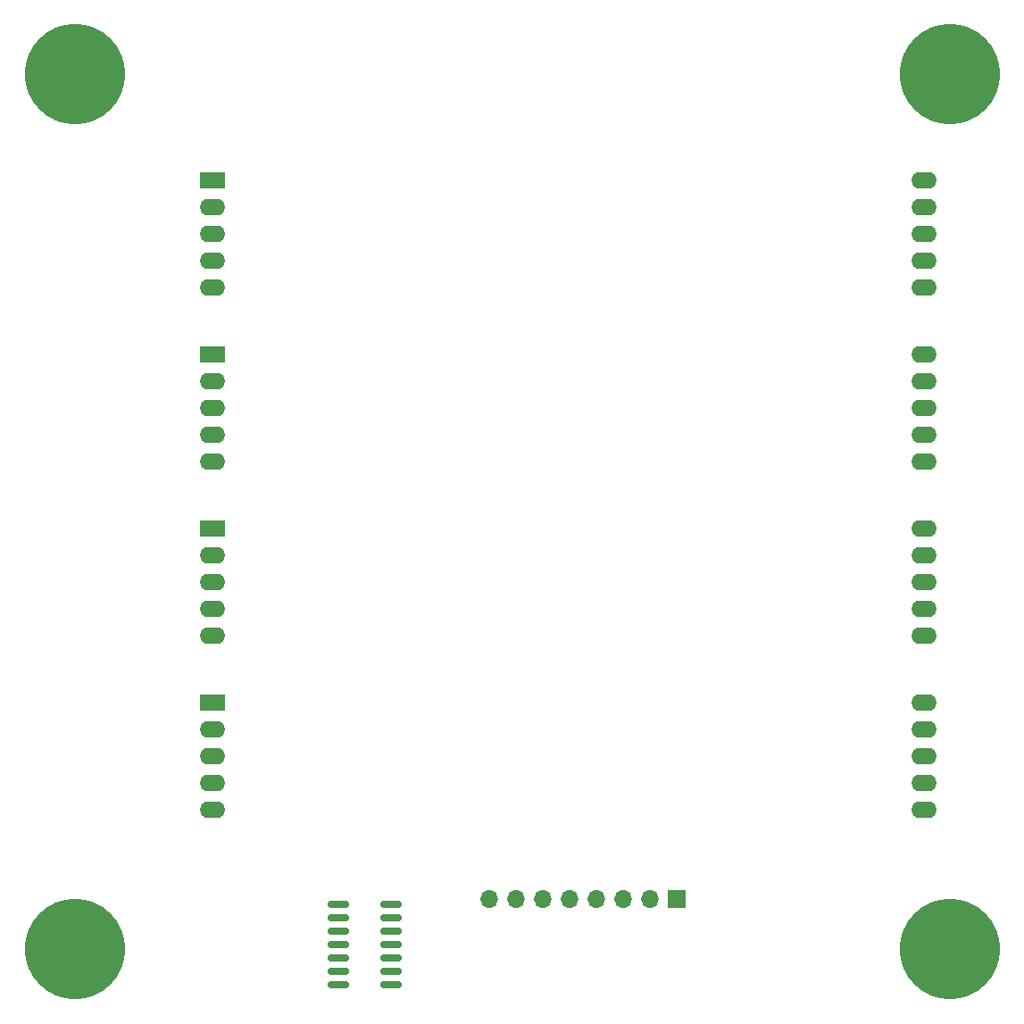
<source format=gbr>
%TF.GenerationSoftware,KiCad,Pcbnew,(6.0.1)*%
%TF.CreationDate,2022-06-12T20:44:29-04:00*%
%TF.ProjectId,MAX7219X4,4d415837-3231-4395-9834-2e6b69636164,1*%
%TF.SameCoordinates,Original*%
%TF.FileFunction,Soldermask,Top*%
%TF.FilePolarity,Negative*%
%FSLAX46Y46*%
G04 Gerber Fmt 4.6, Leading zero omitted, Abs format (unit mm)*
G04 Created by KiCad (PCBNEW (6.0.1)) date 2022-06-12 20:44:29*
%MOMM*%
%LPD*%
G01*
G04 APERTURE LIST*
G04 Aperture macros list*
%AMRoundRect*
0 Rectangle with rounded corners*
0 $1 Rounding radius*
0 $2 $3 $4 $5 $6 $7 $8 $9 X,Y pos of 4 corners*
0 Add a 4 corners polygon primitive as box body*
4,1,4,$2,$3,$4,$5,$6,$7,$8,$9,$2,$3,0*
0 Add four circle primitives for the rounded corners*
1,1,$1+$1,$2,$3*
1,1,$1+$1,$4,$5*
1,1,$1+$1,$6,$7*
1,1,$1+$1,$8,$9*
0 Add four rect primitives between the rounded corners*
20,1,$1+$1,$2,$3,$4,$5,0*
20,1,$1+$1,$4,$5,$6,$7,0*
20,1,$1+$1,$6,$7,$8,$9,0*
20,1,$1+$1,$8,$9,$2,$3,0*%
G04 Aperture macros list end*
%ADD10R,2.400000X1.600000*%
%ADD11O,2.400000X1.600000*%
%ADD12R,1.700000X1.700000*%
%ADD13O,1.700000X1.700000*%
%ADD14RoundRect,0.150000X0.825000X0.150000X-0.825000X0.150000X-0.825000X-0.150000X0.825000X-0.150000X0*%
%ADD15C,9.525000*%
G04 APERTURE END LIST*
D10*
%TO.C,BRD4*%
X74045000Y-43025000D03*
D11*
X74045000Y-45565000D03*
X74045000Y-48105000D03*
X74045000Y-50645000D03*
X74045000Y-53185000D03*
X141545000Y-53225000D03*
X141545000Y-50685000D03*
X141545000Y-48145000D03*
X141545000Y-45605000D03*
X141545000Y-43065000D03*
%TD*%
D10*
%TO.C,BRD1*%
X74045000Y-92555000D03*
D11*
X74045000Y-95095000D03*
X74045000Y-97635000D03*
X74045000Y-100175000D03*
X74045000Y-102715000D03*
X141545000Y-102755000D03*
X141545000Y-100215000D03*
X141545000Y-97675000D03*
X141545000Y-95135000D03*
X141545000Y-92595000D03*
%TD*%
D12*
%TO.C,J1*%
X118110000Y-111195000D03*
D13*
X115570000Y-111195000D03*
X113030000Y-111195000D03*
X110490000Y-111195000D03*
X107950000Y-111195000D03*
X105410000Y-111195000D03*
X102870000Y-111195000D03*
X100330000Y-111195000D03*
%TD*%
D14*
%TO.C,U1*%
X90994000Y-119380000D03*
X90994000Y-118110000D03*
X90994000Y-116840000D03*
X90994000Y-115570000D03*
X90994000Y-114300000D03*
X90994000Y-113030000D03*
X90994000Y-111760000D03*
X86044000Y-111760000D03*
X86044000Y-113030000D03*
X86044000Y-114300000D03*
X86044000Y-115570000D03*
X86044000Y-116840000D03*
X86044000Y-118110000D03*
X86044000Y-119380000D03*
%TD*%
D15*
%TO.C,MTG4*%
X144000000Y-33000000D03*
%TD*%
%TO.C,MTG1*%
X61000000Y-116000000D03*
%TD*%
D10*
%TO.C,BRD3*%
X74045000Y-59535000D03*
D11*
X74045000Y-62075000D03*
X74045000Y-64615000D03*
X74045000Y-67155000D03*
X74045000Y-69695000D03*
X141545000Y-69735000D03*
X141545000Y-67195000D03*
X141545000Y-64655000D03*
X141545000Y-62115000D03*
X141545000Y-59575000D03*
%TD*%
D15*
%TO.C,MTG2*%
X144000000Y-116000000D03*
%TD*%
D10*
%TO.C,BRD2*%
X74045000Y-76045000D03*
D11*
X74045000Y-78585000D03*
X74045000Y-81125000D03*
X74045000Y-83665000D03*
X74045000Y-86205000D03*
X141545000Y-86245000D03*
X141545000Y-83705000D03*
X141545000Y-81165000D03*
X141545000Y-78625000D03*
X141545000Y-76085000D03*
%TD*%
D15*
%TO.C,MTG3*%
X61000000Y-33000000D03*
%TD*%
M02*

</source>
